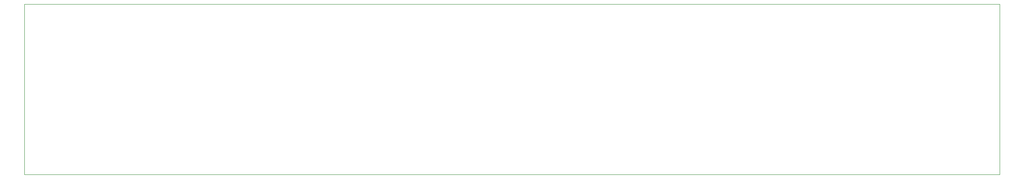
<source format=gbr>
%TF.GenerationSoftware,KiCad,Pcbnew,9.0.1*%
%TF.CreationDate,2025-06-17T16:13:15+02:00*%
%TF.ProjectId,open_g_db,6f70656e-5f67-45f6-9462-2e6b69636164,rev?*%
%TF.SameCoordinates,Original*%
%TF.FileFunction,Profile,NP*%
%FSLAX46Y46*%
G04 Gerber Fmt 4.6, Leading zero omitted, Abs format (unit mm)*
G04 Created by KiCad (PCBNEW 9.0.1) date 2025-06-17 16:13:15*
%MOMM*%
%LPD*%
G01*
G04 APERTURE LIST*
%TA.AperFunction,Profile*%
%ADD10C,0.050000*%
%TD*%
G04 APERTURE END LIST*
D10*
X40000000Y-60000000D02*
X240000000Y-60000000D01*
X240000000Y-95000000D01*
X40000000Y-95000000D01*
X40000000Y-60000000D01*
M02*

</source>
